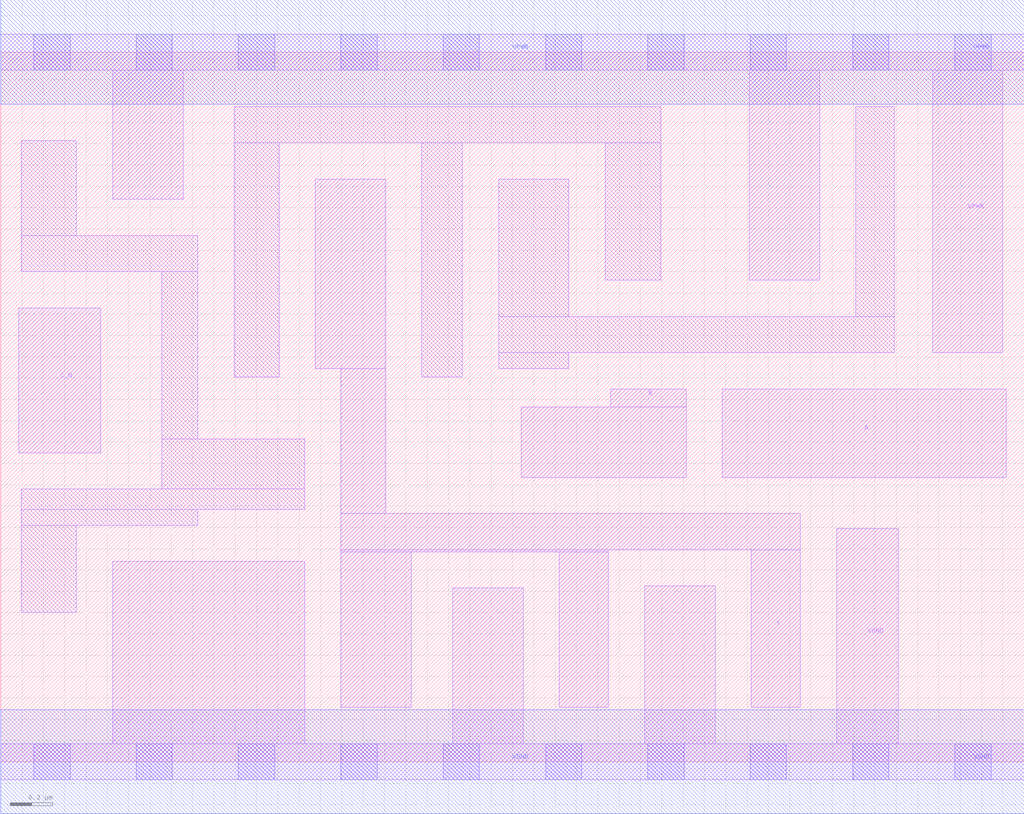
<source format=lef>
# Copyright 2020 The SkyWater PDK Authors
#
# Licensed under the Apache License, Version 2.0 (the "License");
# you may not use this file except in compliance with the License.
# You may obtain a copy of the License at
#
#     https://www.apache.org/licenses/LICENSE-2.0
#
# Unless required by applicable law or agreed to in writing, software
# distributed under the License is distributed on an "AS IS" BASIS,
# WITHOUT WARRANTIES OR CONDITIONS OF ANY KIND, either express or implied.
# See the License for the specific language governing permissions and
# limitations under the License.
#
# SPDX-License-Identifier: Apache-2.0

VERSION 5.7 ;
  NAMESCASESENSITIVE ON ;
  NOWIREEXTENSIONATPIN ON ;
  DIVIDERCHAR "/" ;
  BUSBITCHARS "[]" ;
UNITS
  DATABASE MICRONS 200 ;
END UNITS
MACRO sky130_fd_sc_lp__nor3b_2
  CLASS CORE ;
  SOURCE USER ;
  FOREIGN sky130_fd_sc_lp__nor3b_2 ;
  ORIGIN  0.000000  0.000000 ;
  SIZE  4.800000 BY  3.330000 ;
  SYMMETRY X Y R90 ;
  SITE unit ;
  PIN A
    ANTENNAGATEAREA  0.630000 ;
    DIRECTION INPUT ;
    USE SIGNAL ;
    PORT
      LAYER li1 ;
        RECT 3.385000 1.335000 4.715000 1.750000 ;
    END
  END A
  PIN B
    ANTENNAGATEAREA  0.630000 ;
    DIRECTION INPUT ;
    USE SIGNAL ;
    PORT
      LAYER li1 ;
        RECT 2.440000 1.335000 3.215000 1.665000 ;
        RECT 2.860000 1.665000 3.215000 1.750000 ;
    END
  END B
  PIN C_N
    ANTENNAGATEAREA  0.126000 ;
    DIRECTION INPUT ;
    USE SIGNAL ;
    PORT
      LAYER li1 ;
        RECT 0.085000 1.450000 0.470000 2.130000 ;
    END
  END C_N
  PIN Y
    ANTENNADIFFAREA  1.146600 ;
    DIRECTION OUTPUT ;
    USE SIGNAL ;
    PORT
      LAYER li1 ;
        RECT 1.475000 1.845000 1.805000 2.735000 ;
        RECT 1.595000 0.255000 1.925000 0.985000 ;
        RECT 1.595000 0.985000 2.850000 0.995000 ;
        RECT 1.595000 0.995000 3.750000 1.165000 ;
        RECT 1.595000 1.165000 1.805000 1.845000 ;
        RECT 2.620000 0.255000 2.850000 0.985000 ;
        RECT 3.520000 0.255000 3.750000 0.995000 ;
    END
  END Y
  PIN VGND
    DIRECTION INOUT ;
    USE GROUND ;
    PORT
      LAYER li1 ;
        RECT 0.000000 -0.085000 4.800000 0.085000 ;
        RECT 0.525000  0.085000 1.425000 0.940000 ;
        RECT 2.120000  0.085000 2.450000 0.815000 ;
        RECT 3.020000  0.085000 3.350000 0.825000 ;
        RECT 3.920000  0.085000 4.210000 1.095000 ;
      LAYER mcon ;
        RECT 0.155000 -0.085000 0.325000 0.085000 ;
        RECT 0.635000 -0.085000 0.805000 0.085000 ;
        RECT 1.115000 -0.085000 1.285000 0.085000 ;
        RECT 1.595000 -0.085000 1.765000 0.085000 ;
        RECT 2.075000 -0.085000 2.245000 0.085000 ;
        RECT 2.555000 -0.085000 2.725000 0.085000 ;
        RECT 3.035000 -0.085000 3.205000 0.085000 ;
        RECT 3.515000 -0.085000 3.685000 0.085000 ;
        RECT 3.995000 -0.085000 4.165000 0.085000 ;
        RECT 4.475000 -0.085000 4.645000 0.085000 ;
      LAYER met1 ;
        RECT 0.000000 -0.245000 4.800000 0.245000 ;
    END
  END VGND
  PIN VPWR
    DIRECTION INOUT ;
    USE POWER ;
    PORT
      LAYER li1 ;
        RECT 0.000000 3.245000 4.800000 3.415000 ;
        RECT 0.525000 2.640000 0.855000 3.245000 ;
        RECT 3.510000 2.260000 3.840000 3.245000 ;
        RECT 4.370000 1.920000 4.700000 3.245000 ;
      LAYER mcon ;
        RECT 0.155000 3.245000 0.325000 3.415000 ;
        RECT 0.635000 3.245000 0.805000 3.415000 ;
        RECT 1.115000 3.245000 1.285000 3.415000 ;
        RECT 1.595000 3.245000 1.765000 3.415000 ;
        RECT 2.075000 3.245000 2.245000 3.415000 ;
        RECT 2.555000 3.245000 2.725000 3.415000 ;
        RECT 3.035000 3.245000 3.205000 3.415000 ;
        RECT 3.515000 3.245000 3.685000 3.415000 ;
        RECT 3.995000 3.245000 4.165000 3.415000 ;
        RECT 4.475000 3.245000 4.645000 3.415000 ;
      LAYER met1 ;
        RECT 0.000000 3.085000 4.800000 3.575000 ;
    END
  END VPWR
  OBS
    LAYER li1 ;
      RECT 0.095000 0.700000 0.355000 1.110000 ;
      RECT 0.095000 1.110000 0.925000 1.185000 ;
      RECT 0.095000 1.185000 1.425000 1.280000 ;
      RECT 0.095000 2.300000 0.925000 2.470000 ;
      RECT 0.095000 2.470000 0.355000 2.915000 ;
      RECT 0.755000 1.280000 1.425000 1.515000 ;
      RECT 0.755000 1.515000 0.925000 2.300000 ;
      RECT 1.095000 1.805000 1.305000 2.905000 ;
      RECT 1.095000 2.905000 3.095000 3.075000 ;
      RECT 1.975000 1.805000 2.165000 2.905000 ;
      RECT 2.335000 1.845000 2.665000 1.920000 ;
      RECT 2.335000 1.920000 4.190000 2.090000 ;
      RECT 2.335000 2.090000 2.665000 2.735000 ;
      RECT 2.835000 2.260000 3.095000 2.905000 ;
      RECT 4.010000 2.090000 4.190000 3.075000 ;
  END
END sky130_fd_sc_lp__nor3b_2

</source>
